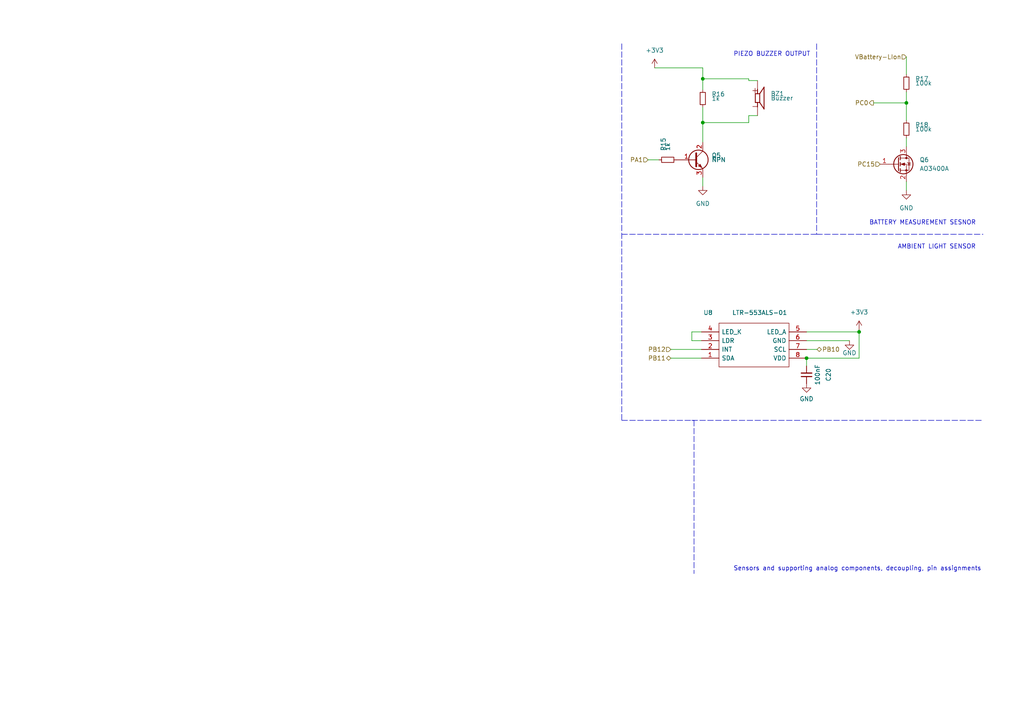
<source format=kicad_sch>
(kicad_sch (version 20211123) (generator eeschema)
  (paper "A4")
  (title_block (title "SENSOR SUBMODULE SCHEMATIC   Author: Moutloatsi Setlogelo") (date "2022-04-12") (rev "v1.05") (company "University of Cape Town"))
  (lib_symbols
    (symbol "Device:C_Small" (pin_numbers hide) (pin_names (offset 0.254) hide)
      (property "Reference" "C" (at 0.254 1.778 0))
      (property "Value" "C_Small" (at 0.254 -2.032 0))
      (symbol "C_Small_0_1"
        (polyline (pts (xy -1.524 -0.508) (xy 1.524 -0.508)) (stroke (width 0.3302)))
        (polyline (pts (xy -1.524 0.508) (xy 1.524 0.508)) (stroke (width 0.3048)))
      )
      (symbol "C_Small_1_1"
        (pin passive line (at 0 2.54 270) (length 2.032) (name "~") (number "1"))
        (pin passive line (at 0 -2.54 90) (length 2.032) (name "~") (number "2"))
      )
    )
    (symbol "Device:Q_NPN_BCE" (pin_names (offset 0) hide)
      (property "Reference" "Q" (at 5.08 1.27 0))
      (property "Value" "Q_NPN_BCE" (at 5.08 -1.27 0))
      (symbol "Q_NPN_BCE_0_1"
        (polyline (pts (xy 0.635 0.635) (xy 2.54 2.54)))
        (polyline (pts (xy 0.635 -0.635) (xy 2.54 -2.54) (xy 2.54 -2.54)))
        (polyline (pts (xy 0.635 1.905) (xy 0.635 -1.905) (xy 0.635 -1.905)) (stroke (width 0.508)))
        (polyline (pts (xy 1.27 -1.778) (xy 1.778 -1.27) (xy 2.286 -2.286) (xy 1.27 -1.778) (xy 1.27 -1.778)) (fill (type outline)))
        (circle (center 1.27 0) (radius 2.8194) (stroke (width 0.254)))
      )
      (symbol "Q_NPN_BCE_1_1"
        (pin input line (at -5.08 0 0) (length 5.715) (name "B") (number "1"))
        (pin passive line (at 2.54 5.08 270) (length 2.54) (name "C") (number "2"))
        (pin passive line (at 2.54 -5.08 90) (length 2.54) (name "E") (number "3"))
      )
    )
    (symbol "Device:R_Small" (pin_numbers hide) (pin_names (offset 0.254) hide)
      (property "Reference" "R" (at 0.762 0.508 0))
      (property "Value" "R_Small" (at 0.762 -1.016 0))
      (symbol "R_Small_0_1"
        (rectangle (start -0.762 1.778) (end 0.762 -1.778) (stroke (width 0.2032)))
      )
      (symbol "R_Small_1_1"
        (pin passive line (at 0 2.54 270) (length 0.762) (name "~") (number "1"))
        (pin passive line (at 0 -2.54 90) (length 0.762) (name "~") (number "2"))
      )
    )
    (symbol "LTR-553ALS-01:LTR-553ALS-01" (pin_names (offset 0.762))
      (property "Reference" "IC" (at 26.67 7.62 0))
      (property "Value" "LTR-553ALS-01" (at 26.67 5.08 0))
      (symbol "LTR-553ALS-01_0_0"
        (pin passive line (at 0 -7.62 0) (length 5.08) (name "SDA") (number "1"))
        (pin passive line (at 0 -5.08 0) (length 5.08) (name "INT") (number "2"))
        (pin passive line (at 0 -2.54 0) (length 5.08) (name "LDR") (number "3"))
        (pin passive line (at 0 0 0) (length 5.08) (name "LED_K") (number "4"))
        (pin passive line (at 30.48 0 180) (length 5.08) (name "LED_A") (number "5"))
        (pin passive line (at 30.48 -2.54 180) (length 5.08) (name "GND") (number "6"))
        (pin passive line (at 30.48 -5.08 180) (length 5.08) (name "SCL") (number "7"))
        (pin passive line (at 30.48 -7.62 180) (length 5.08) (name "VDD") (number "8"))
      )
      (symbol "LTR-553ALS-01_0_1"
        (polyline (pts (xy 5.08 2.54) (xy 25.4 2.54) (xy 25.4 -10.16) (xy 5.08 -10.16) (xy 5.08 2.54)) (stroke (width 0.1524)))
      )
    )
    (symbol "PKM13EPYH4002-B0:PKM13EPYH4002-B0" (pin_numbers hide) (pin_names (offset 1.016) hide)
      (property "Reference" "LS" (at -3.81 8.9154 0))
      (property "Value" "PKM13EPYH4002-B0" (at -3.8354 -11.4808 0))
      (symbol "PKM13EPYH4002-B0_0_0"
        (polyline (pts (xy -0.635 -1.27) (xy -0.635 1.27)) (stroke (width 0.254)))
        (polyline (pts (xy -0.635 1.27) (xy 0 1.27)) (stroke (width 0.254)))
        (polyline (pts (xy 0 -1.27) (xy -0.635 -1.27)) (stroke (width 0.254)))
        (polyline (pts (xy 0 -1.27) (xy 0 -2.54)) (stroke (width 0.254)))
        (polyline (pts (xy 0 1.27) (xy 0 2.54)) (stroke (width 0.254)))
        (polyline (pts (xy 0 1.27) (xy 0.635 1.27)) (stroke (width 0.254)))
        (polyline (pts (xy 0.635 -1.27) (xy 0 -1.27)) (stroke (width 0.254)))
        (polyline (pts (xy 0.635 1.27) (xy 0.635 -1.27)) (stroke (width 0.254)))
        (polyline (pts (xy 0.635 1.27) (xy 1.905 3.175)) (stroke (width 0.254)))
        (polyline (pts (xy 1.905 -3.175) (xy 0.635 -1.27)) (stroke (width 0.254)))
        (polyline (pts (xy 1.905 3.175) (xy 1.905 -3.175)) (stroke (width 0.254)))
        (text "+" (at -1.905 1.27 0) (effects (font (size 1.778 1.778)) (justify left bottom)))
        (text "-" (at -1.905 -1.27 0) (effects (font (size 1.778 1.778)) (justify left top)))
        (pin passive line (at 0 -5.08 90) (length 2.54) (name "~") (number "N"))
        (pin passive line (at 0 5.08 270) (length 2.54) (name "~") (number "P"))
      )
    )
    (symbol "Transistor_FET:2N7002" (pin_names hide)
      (property "Reference" "Q" (at 5.08 1.905 0))
      (property "Value" "2N7002" (at 5.08 0 0))
      (symbol "2N7002_0_1"
        (polyline (pts (xy 0.254 0) (xy -2.54 0)))
        (polyline (pts (xy 0.254 1.905) (xy 0.254 -1.905)) (stroke (width 0.254)))
        (polyline (pts (xy 0.762 -1.27) (xy 0.762 -2.286)) (stroke (width 0.254)))
        (polyline (pts (xy 0.762 0.508) (xy 0.762 -0.508)) (stroke (width 0.254)))
        (polyline (pts (xy 0.762 2.286) (xy 0.762 1.27)) (stroke (width 0.254)))
        (polyline (pts (xy 2.54 2.54) (xy 2.54 1.778)))
        (polyline (pts (xy 2.54 -2.54) (xy 2.54 0) (xy 0.762 0)))
        (polyline (pts (xy 0.762 -1.778) (xy 3.302 -1.778) (xy 3.302 1.778) (xy 0.762 1.778)))
        (polyline (pts (xy 1.016 0) (xy 2.032 0.381) (xy 2.032 -0.381) (xy 1.016 0)) (fill (type outline)))
        (polyline (pts (xy 2.794 0.508) (xy 2.921 0.381) (xy 3.683 0.381) (xy 3.81 0.254)))
        (polyline (pts (xy 3.302 0.381) (xy 2.921 -0.254) (xy 3.683 -0.254) (xy 3.302 0.381)))
        (circle (center 1.651 0) (radius 2.794) (stroke (width 0.254)))
        (circle (center 2.54 -1.778) (radius 0.254) (fill (type outline)))
        (circle (center 2.54 1.778) (radius 0.254) (fill (type outline)))
      )
      (symbol "2N7002_1_1"
        (pin input line (at -5.08 0 0) (length 2.54) (name "G") (number "1"))
        (pin passive line (at 2.54 -5.08 90) (length 2.54) (name "S") (number "2"))
        (pin passive line (at 2.54 5.08 270) (length 2.54) (name "D") (number "3"))
      )
    )
    (symbol "power:+3V3" (power) (pin_names (offset 0))
      (property "Value" "+3V3" (at 0 3.556 0))
      (symbol "+3V3_0_1"
        (polyline (pts (xy -0.762 1.27) (xy 0 2.54)))
        (polyline (pts (xy 0 0) (xy 0 2.54)))
        (polyline (pts (xy 0 2.54) (xy 0.762 1.27)))
      )
      (symbol "+3V3_1_1"
        (pin power_in line (at 0 0 90) (length 0) hide (name "+3V3") (number "1"))
      )
    )
    (symbol "power:GND" (power) (pin_names (offset 0))
      (property "Value" "GND" (at 0 -3.81 0))
      (symbol "GND_0_1"
        (polyline (pts (xy 0 0) (xy 0 -1.27) (xy 1.27 -1.27) (xy 0 -2.54) (xy -1.27 -1.27) (xy 0 -1.27)))
      )
      (symbol "GND_1_1"
        (pin power_in line (at 0 0 270) (length 0) hide (name "GND") (number "1"))
      )
    )
  )
  (junction (at 233.934 103.886))
  (junction (at 262.89 29.845))
  (junction (at 203.835 35.56))
  (junction (at 203.835 22.86))
  (junction (at 249.174 96.266))
  (polyline (pts (xy 201.295 121.92) (xy 201.295 166.37)))
  (polyline (pts (xy 200.66 121.92) (xy 285.115 121.92)))
  (polyline (pts (xy 236.855 67.945) (xy 285.115 67.945)))
  (wire (pts (xy 233.934 98.806) (xy 246.38 98.806)))
  (wire (pts (xy 233.934 103.886) (xy 233.934 106.172)))
  (wire (pts (xy 187.96 46.355) (xy 191.135 46.355)))
  (wire (pts (xy 203.454 103.886) (xy 194.564 103.886)))
  (wire (pts (xy 262.89 26.67) (xy 262.89 29.845)))
  (wire (pts (xy 203.835 35.56) (xy 217.17 35.56)))
  (wire (pts (xy 219.71 33.528) (xy 217.17 33.528)))
  (wire (pts (xy 249.174 95.631) (xy 249.174 96.266)))
  (wire (pts (xy 203.835 31.115) (xy 203.835 35.56)))
  (wire (pts (xy 233.934 101.346) (xy 236.982 101.346)))
  (wire (pts (xy 262.89 40.005) (xy 262.89 42.545)))
  (wire (pts (xy 217.17 23.368) (xy 219.71 23.368)))
  (wire (pts (xy 253.365 29.845) (xy 262.89 29.845)))
  (wire (pts (xy 203.835 22.86) (xy 203.835 26.035)))
  (wire (pts (xy 233.934 96.266) (xy 249.174 96.266)))
  (polyline (pts (xy 180.34 67.945) (xy 180.34 68.58)))
  (wire (pts (xy 217.17 23.368) (xy 217.17 22.86)))
  (polyline (pts (xy 180.34 12.7) (xy 180.34 121.92)))
  (wire (pts (xy 262.89 29.845) (xy 262.89 34.925)))
  (polyline (pts (xy 236.855 12.7) (xy 236.855 67.945)))
  (wire (pts (xy 262.89 52.705) (xy 262.89 55.245)))
  (wire (pts (xy 189.865 19.685) (xy 203.835 19.685)))
  (polyline (pts (xy 180.34 121.92) (xy 201.295 121.92)))
  (wire (pts (xy 203.835 51.435) (xy 203.835 53.975)))
  (wire (pts (xy 194.564 101.346) (xy 203.454 101.346)))
  (wire (pts (xy 249.174 103.886) (xy 233.934 103.886)))
  (wire (pts (xy 203.835 19.685) (xy 203.835 22.86)))
  (wire (pts (xy 203.835 22.86) (xy 217.17 22.86)))
  (wire (pts (xy 203.835 35.56) (xy 203.835 41.275)))
  (wire (pts (xy 262.89 16.51) (xy 262.89 21.59)))
  (wire (pts (xy 217.17 33.528) (xy 217.17 35.56)))
  (wire (pts (xy 200.66 96.266) (xy 200.66 98.806)))
  (wire (pts (xy 203.454 96.266) (xy 200.66 96.266)))
  (wire (pts (xy 249.174 96.266) (xy 249.174 103.886)))
  (polyline (pts (xy 236.855 67.945) (xy 180.34 67.945)))
  (wire (pts (xy 200.66 98.806) (xy 203.454 98.806)))
  (text "AMBIENT LIGHT SENSOR\n" (at 260.35 72.39 0) (effects (font (size 1.27 1.27)) (justify left bottom)))
  (text "Sensors and supporting analog components, decoupling, pin assignments" (at 212.725 165.735 0) (effects (font (size 1.27 1.27)) (justify left bottom)))
  (text "PIEZO BUZZER OUTPUT\n" (at 212.725 16.51 0) (effects (font (size 1.27 1.27)) (justify left bottom)))
  (text "BATTERY MEASUREMENT SESNOR\n" (at 252.095 65.405 0) (effects (font (size 1.27 1.27)) (justify left bottom)))
  (hierarchical_label "PC15" (shape input) (at 255.27 47.625 180))
  (hierarchical_label "PC0" (shape output) (at 253.365 29.845 180))
  (hierarchical_label "PB12" (shape input) (at 194.564 101.346 180))
  (hierarchical_label "VBattery-LIon" (shape input) (at 262.89 16.51 180))
  (hierarchical_label "PB11" (shape bidirectional) (at 194.564 103.886 180))
  (hierarchical_label "PA1" (shape input) (at 187.96 46.355 180))
  (hierarchical_label "PB10" (shape bidirectional) (at 236.982 101.346 0))
  (symbol (lib_id "power:GND") (at 246.38 98.806 0) (mirror y) (unit 1)
    (property "Reference" "#PWR051" (effects hide))
    (property "Value" "GND" (at 246.38 102.362 0))
  )
  (symbol (lib_id "Device:R_Small") (at 262.89 37.465 0) (unit 1)
    (property "Reference" "R18" (at 265.43 36.1949 0) (effects (justify left)))
    (property "Value" "100k" (at 265.43 37.465 0) (effects (justify left)))
    (property "Footprint" "Resistor_SMD:R_1206_3216Metric" (effects hide))
    (property "Datasheet" "https://datasheet.lcsc.com/lcsc/2110252030_UNI-ROYAL-Uniroyal-Elec-0603WAF1004T5E_C22935.pdf" (effects hide))
    (property "Alt_LCSC" "C25741" (effects hide))
    (property "LCSC" "C17900" (effects hide))
    (property "Price" "0.004" (effects hide))
    (property "MANUFACTURER" "0.004" (effects hide))
  )
  (symbol (lib_id "LTR-553ALS-01:LTR-553ALS-01") (at 203.454 96.266 0) (unit 1)
    (property "Reference" "U8" (at 206.756 90.678 0) (effects (justify right)))
    (property "Value" "LTR-553ALS-01" (at 212.344 90.678 0) (effects (justify left)))
    (property "Footprint" "LTR-553ALS-01:LTR553ALS01" (effects hide))
    (property "Datasheet" "https://datasheet.lcsc.com/lcsc/2003101818_Lite-On-LTR-553ALS-01_C492375.pdf" (effects hide))
    (property "Alt_LCSC" "C78465" (effects hide))
    (property "LCSC" "C492375" (effects hide))
    (property "Price" "0.3374" (effects hide))
  )
  (symbol (lib_id "power:+3V3") (at 249.174 95.631 0) (unit 1)
    (property "Reference" "#PWR050" (effects hide))
    (property "Value" "+3V3" (at 249.174 90.551 0))
  )
  (symbol (lib_id "power:GND") (at 203.835 53.975 0) (unit 1)
    (property "Reference" "#PWR049" (effects hide))
    (property "Value" "GND" (at 203.835 59.055 0))
  )
  (symbol (lib_id "Device:Q_NPN_BCE") (at 201.295 46.355 0) (unit 1)
    (property "Reference" "Q5" (at 206.375 45.0849 0) (effects (justify left)))
    (property "Value" "NPN" (at 206.375 46.3549 0) (effects (justify left)))
    (property "Footprint" "Package_TO_SOT_SMD:SOT-23" (effects hide))
    (property "Datasheet" "https://datasheet.lcsc.com/lcsc/1811011934_Changjiang-Electronics-Tech--CJ-MMBT3904_C20526.pdf" (effects hide))
    (property "LCSC" "C20526" (effects hide))
    (property "Price" "0.0143" (effects hide))
    (property "Alt_LCSC" "C2146" (effects hide))
  )
  (symbol (lib_id "Device:R_Small") (at 203.835 28.575 0) (unit 1)
    (property "Reference" "R16" (at 206.375 27.3049 0) (effects (justify left)))
    (property "Value" "1k" (at 206.375 28.575 0) (effects (justify left)))
    (property "Footprint" "Resistor_SMD:R_0805_2012Metric" (effects hide))
    (property "Datasheet" "https://datasheet.lcsc.com/lcsc/2110251730_UNI-ROYAL-Uniroyal-Elec-0805W8F1001T5E_C17513.pdf" (effects hide))
    (property "Alt_LCSC" "C25623" (effects hide))
    (property "LCSC" "C17513" (effects hide))
    (property "Price" "0.0023" (effects hide))
  )
  (symbol (lib_id "Device:R_Small") (at 193.675 46.355 90) (unit 1)
    (property "Reference" "R15" (at 192.4049 43.815 0) (effects (justify left)))
    (property "Value" "1k" (at 193.675 43.815 0) (effects (justify left)))
    (property "Footprint" "Resistor_SMD:R_0805_2012Metric" (effects hide))
    (property "Datasheet" "https://datasheet.lcsc.com/lcsc/2110251730_UNI-ROYAL-Uniroyal-Elec-0805W8F1001T5E_C17513.pdf" (effects hide))
    (property "Alt_LCSC" "C25623" (effects hide))
    (property "LCSC" "C17513" (effects hide))
    (property "Price" "0.0023" (effects hide))
  )
  (symbol (lib_id "power:GND") (at 262.89 55.245 0) (unit 1)
    (property "Reference" "#PWR052" (effects hide))
    (property "Value" "GND" (at 262.89 60.325 0))
  )
  (symbol (lib_id "power:GND") (at 233.934 111.252 0) (mirror y) (unit 1)
    (property "Reference" "#PWR048" (effects hide))
    (property "Value" "GND" (at 233.934 115.697 0))
  )
  (symbol (lib_id "Transistor_FET:2N7002") (at 260.35 47.625 0) (unit 1)
    (property "Reference" "Q6" (at 266.7 46.3549 0) (effects (justify left)))
    (property "Value" "AO3400A" (at 266.7 48.8949 0) (effects (justify left)))
    (property "Footprint" "Package_TO_SOT_SMD:SOT-23" (effects hide))
    (property "Datasheet" "https://datasheet.lcsc.com/lcsc/1811081213_Alpha---Omega-Semicon-AO3400A_C20917.pdf" (effects hide))
    (property "Alt_LCSC" "C15127" (effects hide))
    (property "LCSC" "C20917" (effects hide))
    (property "Price" "0.1313" (effects hide))
  )
  (symbol (lib_id "Device:C_Small") (at 233.934 108.712 0) (mirror x) (unit 1)
    (property "Reference" "C20" (at 240.284 108.7057 90))
    (property "Value" "100nF" (at 237.109 108.712 90))
    (property "Footprint" "Capacitor_SMD:C_0603_1608Metric" (effects hide))
    (property "Datasheet" "https://datasheet.lcsc.com/lcsc/1809301912_YAGEO-CC0603KRX7R9BB104_C14663.pdf" (effects hide))
    (property "Alt_LCSC" "C30926" (effects hide))
    (property "LCSC" "C14663" (effects hide))
    (property "Price" "0.0026" (effects hide))
  )
  (symbol (lib_id "PKM13EPYH4002-B0:PKM13EPYH4002-B0") (at 219.71 28.448 0) (unit 1)
    (property "Reference" "BZ1" (at 223.52 27.1779 0) (effects (justify left)))
    (property "Value" "Buzzer" (at 223.52 28.4479 0) (effects (justify left)))
    (property "Footprint" "PKM13EPYH4002-B0:SPKR_PKM13EPYH4002-B0" (effects hide))
    (property "Datasheet" "https://datasheet.lcsc.com/szlcsc/1912111437_Murata-Electronics-PKM13EPYH4002-B0_C128650.pdf" (effects hide))
    (property "Alt_LCSC" "C96061" (effects hide))
    (property "LCSC" "C128650" (effects hide))
    (property "Price" "0.3955" (effects hide))
  )
  (symbol (lib_id "Device:R_Small") (at 262.89 24.13 0) (unit 1)
    (property "Reference" "R17" (at 265.43 22.8599 0) (effects (justify left)))
    (property "Value" "100k" (at 265.43 24.13 0) (effects (justify left)))
    (property "Footprint" "Resistor_SMD:R_1206_3216Metric" (effects hide))
    (property "Datasheet" "https://datasheet.lcsc.com/lcsc/2110252030_UNI-ROYAL-Uniroyal-Elec-0603WAF1004T5E_C22935.pdf" (effects hide))
    (property "Alt_LCSC" "C25741" (effects hide))
    (property "LCSC" "C17900" (effects hide))
    (property "Price" "0.004" (effects hide))
    (property "MANUFACTURER" "0.004" (effects hide))
  )
  (symbol (lib_id "power:+3V3") (at 189.865 19.685 0) (unit 1)
    (property "Reference" "#PWR047" (effects hide))
    (property "Value" "+3V3" (at 189.865 14.605 0))
  )
)
</source>
